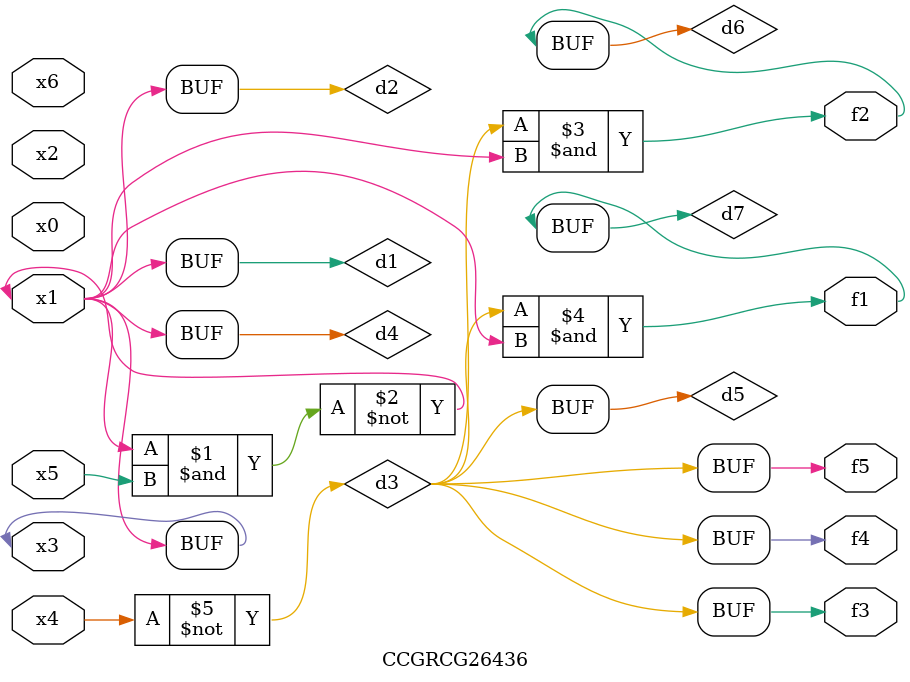
<source format=v>
module CCGRCG26436(
	input x0, x1, x2, x3, x4, x5, x6,
	output f1, f2, f3, f4, f5
);

	wire d1, d2, d3, d4, d5, d6, d7;

	buf (d1, x1, x3);
	nand (d2, x1, x5);
	not (d3, x4);
	buf (d4, d1, d2);
	buf (d5, d3);
	and (d6, d3, d4);
	and (d7, d3, d4);
	assign f1 = d7;
	assign f2 = d6;
	assign f3 = d5;
	assign f4 = d5;
	assign f5 = d5;
endmodule

</source>
